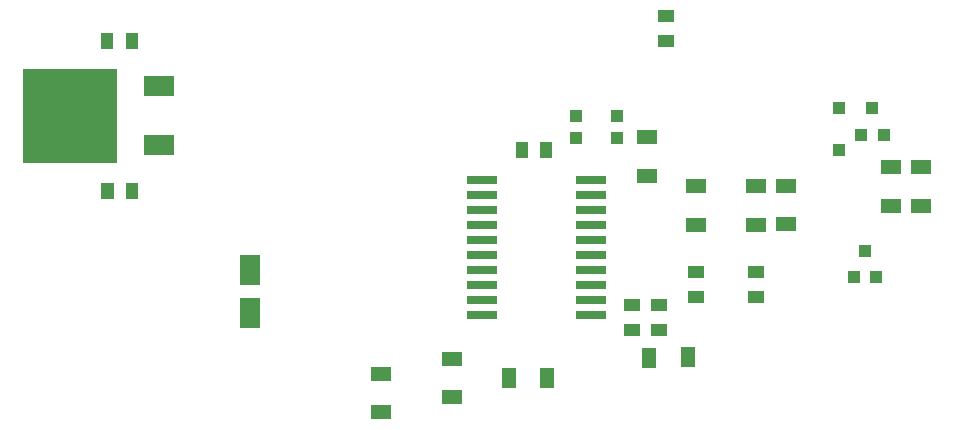
<source format=gbr>
%FSLAX34Y34*%
%MOMM*%
%LNSMDMASK_BOTTOM*%
G71*
G01*
%ADD10R, 1.800X2.600*%
%ADD11R, 8.000X8.000*%
%ADD12R, 2.600X1.700*%
%ADD13R, 1.100X1.400*%
%ADD14R, 1.000X1.020*%
%ADD15R, 2.600X0.800*%
%ADD16R, 1.400X1.100*%
%ADD17R, 1.800X1.300*%
%ADD18R, 1.300X1.800*%
%ADD19R, 1.100X1.100*%
%ADD20R, 1.020X1.000*%
%LPD*%
X245600Y208850D02*
G54D10*
D03*
X245600Y171850D02*
G54D10*
D03*
X93200Y339025D02*
G54D11*
D03*
X168675Y314025D02*
G54D12*
D03*
X168675Y364025D02*
G54D12*
D03*
G36*
X119450Y282525D02*
X130450Y282525D01*
X130450Y268525D01*
X119450Y268525D01*
X119450Y282525D01*
G37*
X145550Y275525D02*
G54D13*
D03*
X124950Y402525D02*
G54D13*
D03*
X145550Y402525D02*
G54D13*
D03*
X521825Y339025D02*
G54D14*
D03*
X556725Y339025D02*
G54D14*
D03*
X442450Y285050D02*
G54D15*
D03*
X442450Y272350D02*
G54D15*
D03*
X442450Y259650D02*
G54D15*
D03*
X442450Y246950D02*
G54D15*
D03*
X442450Y234250D02*
G54D15*
D03*
X442450Y221550D02*
G54D15*
D03*
X442450Y208850D02*
G54D15*
D03*
X442450Y196150D02*
G54D15*
D03*
X442450Y183450D02*
G54D15*
D03*
X442450Y170750D02*
G54D15*
D03*
X534450Y170750D02*
G54D15*
D03*
X534450Y183450D02*
G54D15*
D03*
X534450Y196150D02*
G54D15*
D03*
X534450Y208850D02*
G54D15*
D03*
X534450Y221550D02*
G54D15*
D03*
X534450Y234250D02*
G54D15*
D03*
X534450Y246950D02*
G54D15*
D03*
X534450Y259650D02*
G54D15*
D03*
X534450Y272350D02*
G54D15*
D03*
X534450Y285050D02*
G54D15*
D03*
X496425Y310450D02*
G54D13*
D03*
X475825Y310450D02*
G54D13*
D03*
X521825Y319975D02*
G54D14*
D03*
X556725Y319975D02*
G54D14*
D03*
X598025Y402525D02*
G54D16*
D03*
X598025Y423125D02*
G54D16*
D03*
X582150Y288225D02*
G54D17*
D03*
X582091Y320804D02*
G54D17*
D03*
X569450Y158050D02*
G54D16*
D03*
X569450Y178650D02*
G54D16*
D03*
X591675Y158050D02*
G54D16*
D03*
X591675Y178650D02*
G54D16*
D03*
X674225Y246950D02*
G54D17*
D03*
X674166Y279529D02*
G54D17*
D03*
X623425Y246950D02*
G54D17*
D03*
X623366Y279529D02*
G54D17*
D03*
X699625Y247144D02*
G54D17*
D03*
X699566Y279723D02*
G54D17*
D03*
X674225Y206628D02*
G54D16*
D03*
X674225Y186028D02*
G54D16*
D03*
X623425Y206628D02*
G54D16*
D03*
X623425Y186027D02*
G54D16*
D03*
X464675Y116775D02*
G54D18*
D03*
X497254Y116834D02*
G54D18*
D03*
X616096Y134456D02*
G54D18*
D03*
X583517Y134397D02*
G54D18*
D03*
X356725Y88200D02*
G54D17*
D03*
X356666Y120779D02*
G54D17*
D03*
X417050Y100900D02*
G54D17*
D03*
X416991Y133479D02*
G54D17*
D03*
X756775Y202500D02*
G54D19*
D03*
X775775Y202500D02*
G54D19*
D03*
X766275Y224700D02*
G54D19*
D03*
X763125Y323150D02*
G54D19*
D03*
X782125Y323150D02*
G54D19*
D03*
X772625Y345350D02*
G54D19*
D03*
X788525Y262825D02*
G54D17*
D03*
X788466Y295404D02*
G54D17*
D03*
X813925Y262825D02*
G54D17*
D03*
X813866Y295404D02*
G54D17*
D03*
X744075Y310450D02*
G54D20*
D03*
X744075Y345350D02*
G54D20*
D03*
M02*

</source>
